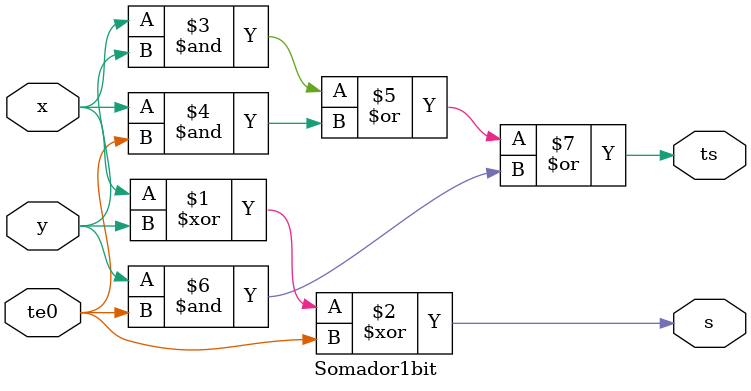
<source format=v>

module Somador1bit(x,y,te0,s,ts); 

input x,y,te0;
output s,ts;

assign s = ((x)^(y)^te0);
assign ts = ((x & y)|(x & te0)|(y & te0));

endmodule

</source>
